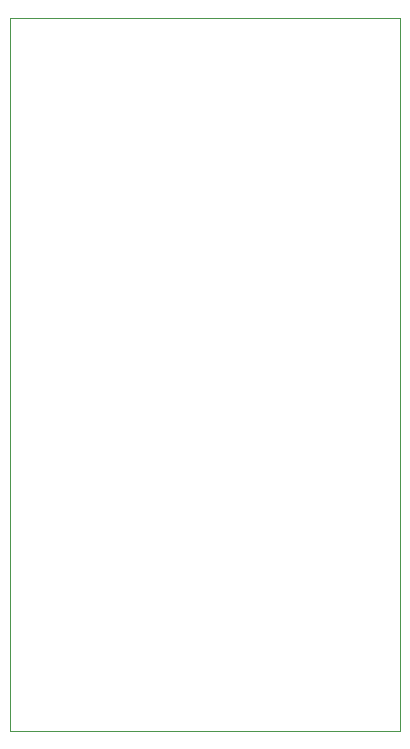
<source format=gbr>
%TF.GenerationSoftware,KiCad,Pcbnew,8.0.6*%
%TF.CreationDate,2024-11-26T16:04:19+01:00*%
%TF.ProjectId,doorbell_watcher,646f6f72-6265-46c6-9c5f-776174636865,rev?*%
%TF.SameCoordinates,Original*%
%TF.FileFunction,Profile,NP*%
%FSLAX46Y46*%
G04 Gerber Fmt 4.6, Leading zero omitted, Abs format (unit mm)*
G04 Created by KiCad (PCBNEW 8.0.6) date 2024-11-26 16:04:19*
%MOMM*%
%LPD*%
G01*
G04 APERTURE LIST*
%TA.AperFunction,Profile*%
%ADD10C,0.050000*%
%TD*%
G04 APERTURE END LIST*
D10*
X115980000Y-61471000D02*
X148980000Y-61471000D01*
X148980000Y-121821000D01*
X115980000Y-121821000D01*
X115980000Y-61471000D01*
M02*

</source>
